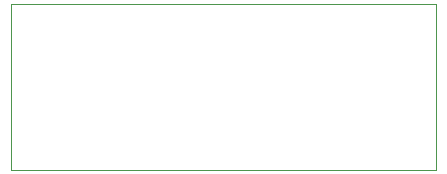
<source format=gbr>
%TF.GenerationSoftware,KiCad,Pcbnew,5.1.10-88a1d61d58~90~ubuntu21.04.1*%
%TF.CreationDate,2021-08-02T11:22:18+02:00*%
%TF.ProjectId,ServoPmosModule,53657276-6f50-46d6-9f73-4d6f64756c65,rev?*%
%TF.SameCoordinates,Original*%
%TF.FileFunction,Profile,NP*%
%FSLAX46Y46*%
G04 Gerber Fmt 4.6, Leading zero omitted, Abs format (unit mm)*
G04 Created by KiCad (PCBNEW 5.1.10-88a1d61d58~90~ubuntu21.04.1) date 2021-08-02 11:22:18*
%MOMM*%
%LPD*%
G01*
G04 APERTURE LIST*
%TA.AperFunction,Profile*%
%ADD10C,0.050000*%
%TD*%
G04 APERTURE END LIST*
D10*
X96000000Y-96000000D02*
X96000000Y-82000000D01*
X132000000Y-96000000D02*
X96000000Y-96000000D01*
X132000000Y-82000000D02*
X132000000Y-96000000D01*
X96000000Y-82000000D02*
X132000000Y-82000000D01*
M02*

</source>
